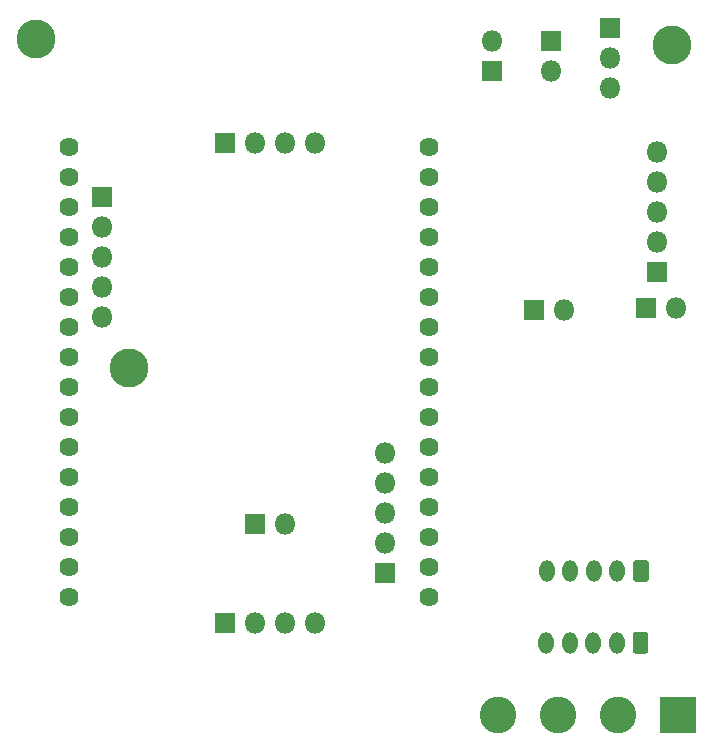
<source format=gbr>
%TF.GenerationSoftware,KiCad,Pcbnew,(5.0.0)*%
%TF.CreationDate,2021-11-24T17:07:04+01:00*%
%TF.ProjectId,Master3A__2,4D617374657233415F5F322E6B696361,rev?*%
%TF.SameCoordinates,Original*%
%TF.FileFunction,Soldermask,Bot*%
%TF.FilePolarity,Negative*%
%FSLAX46Y46*%
G04 Gerber Fmt 4.6, Leading zero omitted, Abs format (unit mm)*
G04 Created by KiCad (PCBNEW (5.0.0)) date 11/24/21 17:07:04*
%MOMM*%
%LPD*%
G01*
G04 APERTURE LIST*
%ADD10C,3.100000*%
%ADD11R,3.100000X3.100000*%
%ADD12C,3.300000*%
%ADD13O,1.300000X1.850000*%
%ADD14C,0.100000*%
%ADD15C,1.300000*%
%ADD16R,1.800000X1.800000*%
%ADD17O,1.800000X1.800000*%
%ADD18C,1.624000*%
G04 APERTURE END LIST*
D10*
%TO.C,J5*%
X256032000Y-134620000D03*
D11*
X271272000Y-134620000D03*
D10*
X261112000Y-134620000D03*
X266192000Y-134620000D03*
%TD*%
D12*
%TO.C,H1*%
X216916000Y-77419200D03*
%TD*%
D13*
%TO.C,J8*%
X260097000Y-122428000D03*
X262097000Y-122428000D03*
X264097000Y-122428000D03*
X266097000Y-122428000D03*
D14*
G36*
X268502714Y-121504304D02*
X268529005Y-121508204D01*
X268554786Y-121514662D01*
X268579811Y-121523616D01*
X268603837Y-121534980D01*
X268626634Y-121548643D01*
X268647982Y-121564476D01*
X268667675Y-121582325D01*
X268685524Y-121602018D01*
X268701357Y-121623366D01*
X268715020Y-121646163D01*
X268726384Y-121670189D01*
X268735338Y-121695214D01*
X268741796Y-121720995D01*
X268745696Y-121747286D01*
X268747000Y-121773832D01*
X268747000Y-123082168D01*
X268745696Y-123108714D01*
X268741796Y-123135005D01*
X268735338Y-123160786D01*
X268726384Y-123185811D01*
X268715020Y-123209837D01*
X268701357Y-123232634D01*
X268685524Y-123253982D01*
X268667675Y-123273675D01*
X268647982Y-123291524D01*
X268626634Y-123307357D01*
X268603837Y-123321020D01*
X268579811Y-123332384D01*
X268554786Y-123341338D01*
X268529005Y-123347796D01*
X268502714Y-123351696D01*
X268476168Y-123353000D01*
X267717832Y-123353000D01*
X267691286Y-123351696D01*
X267664995Y-123347796D01*
X267639214Y-123341338D01*
X267614189Y-123332384D01*
X267590163Y-123321020D01*
X267567366Y-123307357D01*
X267546018Y-123291524D01*
X267526325Y-123273675D01*
X267508476Y-123253982D01*
X267492643Y-123232634D01*
X267478980Y-123209837D01*
X267467616Y-123185811D01*
X267458662Y-123160786D01*
X267452204Y-123135005D01*
X267448304Y-123108714D01*
X267447000Y-123082168D01*
X267447000Y-121773832D01*
X267448304Y-121747286D01*
X267452204Y-121720995D01*
X267458662Y-121695214D01*
X267467616Y-121670189D01*
X267478980Y-121646163D01*
X267492643Y-121623366D01*
X267508476Y-121602018D01*
X267526325Y-121582325D01*
X267546018Y-121564476D01*
X267567366Y-121548643D01*
X267590163Y-121534980D01*
X267614189Y-121523616D01*
X267639214Y-121514662D01*
X267664995Y-121508204D01*
X267691286Y-121504304D01*
X267717832Y-121503000D01*
X268476168Y-121503000D01*
X268502714Y-121504304D01*
X268502714Y-121504304D01*
G37*
D15*
X268097000Y-122428000D03*
%TD*%
D16*
%TO.C,J9*%
X246457000Y-122635000D03*
D17*
X246457000Y-120095000D03*
X246457000Y-117555000D03*
X246457000Y-115015000D03*
X246457000Y-112475000D03*
%TD*%
%TO.C,J10*%
X222457000Y-100965000D03*
X222457000Y-98425000D03*
X222457000Y-95885000D03*
X222457000Y-93345000D03*
D16*
X222457000Y-90805000D03*
%TD*%
D12*
%TO.C,MH2*%
X270764000Y-77876400D03*
%TD*%
D18*
%TO.C,U3*%
X219710000Y-124655000D03*
X219710000Y-122115000D03*
X219710000Y-119575000D03*
X219710000Y-117035000D03*
X219710000Y-114495000D03*
X219710000Y-111955000D03*
X219710000Y-109415000D03*
X219710000Y-106875000D03*
X219710000Y-104335000D03*
X219710000Y-101795000D03*
X219710000Y-99255000D03*
X219710000Y-96715000D03*
X219710000Y-94175000D03*
X219710000Y-91635000D03*
X219710000Y-89095000D03*
X219710000Y-86555000D03*
X250190000Y-124655000D03*
X250190000Y-122115000D03*
X250190000Y-119575000D03*
X250190000Y-117035000D03*
X250190000Y-114495000D03*
X250190000Y-111955000D03*
X250190000Y-109415000D03*
X250190000Y-106875000D03*
X250190000Y-104335000D03*
X250190000Y-101795000D03*
X250190000Y-99255000D03*
X250190000Y-96715000D03*
X250190000Y-94175000D03*
X250190000Y-91635000D03*
X250190000Y-89095000D03*
X250190000Y-86555000D03*
%TD*%
D16*
%TO.C,J1*%
X265457000Y-76475000D03*
D17*
X265457000Y-79015000D03*
X265457000Y-81555000D03*
%TD*%
D16*
%TO.C,J2*%
X232856000Y-86201000D03*
D17*
X235396000Y-86201000D03*
X237936000Y-86201000D03*
X240476000Y-86201000D03*
%TD*%
D16*
%TO.C,J3*%
X255457000Y-80095000D03*
D17*
X255457000Y-77555000D03*
%TD*%
%TO.C,JP1*%
X261620000Y-100330000D03*
D16*
X259080000Y-100330000D03*
%TD*%
%TO.C,JP2*%
X268523000Y-100203000D03*
D17*
X271063000Y-100203000D03*
%TD*%
%TO.C,SW1*%
X260457000Y-80095000D03*
D16*
X260457000Y-77555000D03*
%TD*%
%TO.C,J11*%
X232856000Y-126841000D03*
D17*
X235396000Y-126841000D03*
X237936000Y-126841000D03*
X240476000Y-126841000D03*
%TD*%
D16*
%TO.C,J4*%
X235396000Y-118506001D03*
D17*
X237936000Y-118506001D03*
%TD*%
D12*
%TO.C,H2*%
X224790000Y-105283000D03*
%TD*%
D14*
%TO.C,J6*%
G36*
X268470714Y-127600304D02*
X268497005Y-127604204D01*
X268522786Y-127610662D01*
X268547811Y-127619616D01*
X268571837Y-127630980D01*
X268594634Y-127644643D01*
X268615982Y-127660476D01*
X268635675Y-127678325D01*
X268653524Y-127698018D01*
X268669357Y-127719366D01*
X268683020Y-127742163D01*
X268694384Y-127766189D01*
X268703338Y-127791214D01*
X268709796Y-127816995D01*
X268713696Y-127843286D01*
X268715000Y-127869832D01*
X268715000Y-129178168D01*
X268713696Y-129204714D01*
X268709796Y-129231005D01*
X268703338Y-129256786D01*
X268694384Y-129281811D01*
X268683020Y-129305837D01*
X268669357Y-129328634D01*
X268653524Y-129349982D01*
X268635675Y-129369675D01*
X268615982Y-129387524D01*
X268594634Y-129403357D01*
X268571837Y-129417020D01*
X268547811Y-129428384D01*
X268522786Y-129437338D01*
X268497005Y-129443796D01*
X268470714Y-129447696D01*
X268444168Y-129449000D01*
X267685832Y-129449000D01*
X267659286Y-129447696D01*
X267632995Y-129443796D01*
X267607214Y-129437338D01*
X267582189Y-129428384D01*
X267558163Y-129417020D01*
X267535366Y-129403357D01*
X267514018Y-129387524D01*
X267494325Y-129369675D01*
X267476476Y-129349982D01*
X267460643Y-129328634D01*
X267446980Y-129305837D01*
X267435616Y-129281811D01*
X267426662Y-129256786D01*
X267420204Y-129231005D01*
X267416304Y-129204714D01*
X267415000Y-129178168D01*
X267415000Y-127869832D01*
X267416304Y-127843286D01*
X267420204Y-127816995D01*
X267426662Y-127791214D01*
X267435616Y-127766189D01*
X267446980Y-127742163D01*
X267460643Y-127719366D01*
X267476476Y-127698018D01*
X267494325Y-127678325D01*
X267514018Y-127660476D01*
X267535366Y-127644643D01*
X267558163Y-127630980D01*
X267582189Y-127619616D01*
X267607214Y-127610662D01*
X267632995Y-127604204D01*
X267659286Y-127600304D01*
X267685832Y-127599000D01*
X268444168Y-127599000D01*
X268470714Y-127600304D01*
X268470714Y-127600304D01*
G37*
D15*
X268065000Y-128524000D03*
D13*
X266065000Y-128524000D03*
X264065000Y-128524000D03*
X262065000Y-128524000D03*
X260065000Y-128524000D03*
%TD*%
D16*
%TO.C,J7*%
X269494000Y-97155000D03*
D17*
X269494000Y-94615000D03*
X269494000Y-92075000D03*
X269494000Y-89535000D03*
X269494000Y-86995000D03*
%TD*%
M02*

</source>
